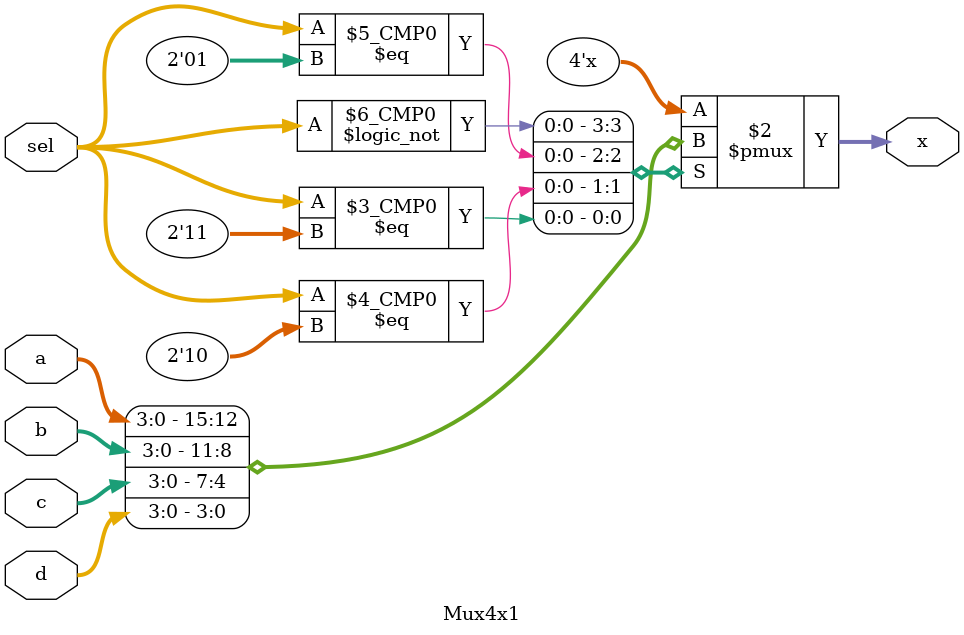
<source format=v>
module Mux4x1(
    input [3:0] a,
    input [3:0] b,
    input [3:0] c,
    input [3:0] d,
    input [1:0] sel,
    output reg [3:0] x
    );

	always @* begin
		case(sel)
			2'b00: x = a;
			2'b01: x = b;
			2'b10: x = c;
			2'b11: x = d;
		endcase
	end
endmodule

</source>
